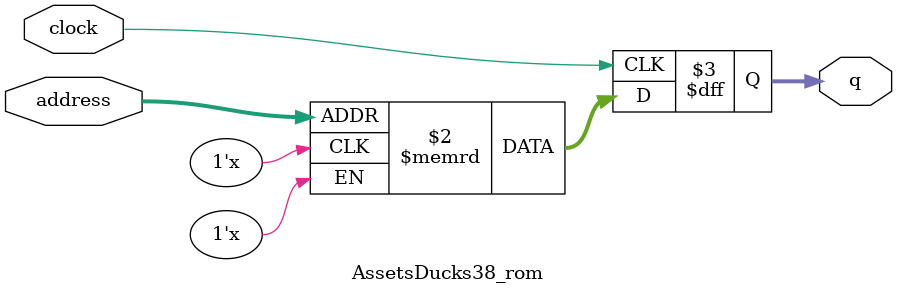
<source format=sv>
module AssetsDucks38_rom (
	input logic clock,
	input logic [11:0] address,
	output logic [3:0] q
);

logic [3:0] memory [0:4095] /* synthesis ram_init_file = "./AssetsDucks38/AssetsDucks38.mif" */;

always_ff @ (posedge clock) begin
	q <= memory[address];
end

endmodule

</source>
